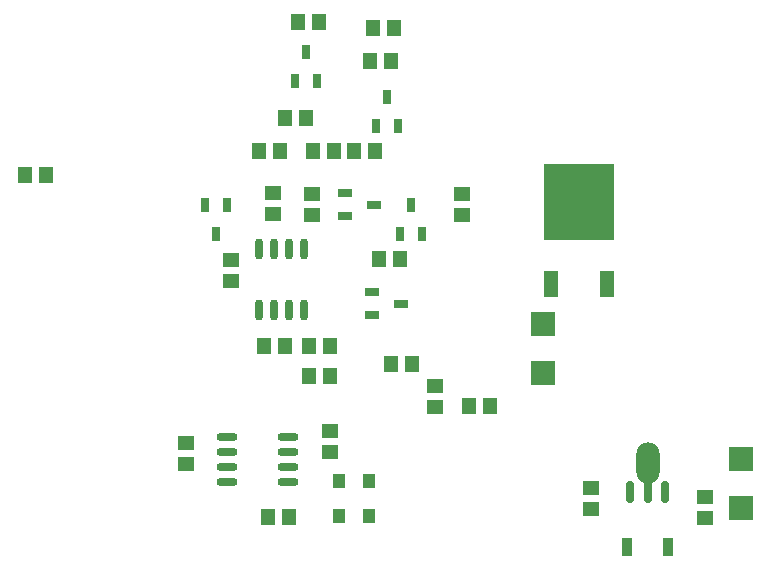
<source format=gbr>
%TF.GenerationSoftware,KiCad,Pcbnew,(6.0.0-rc1-dev-882-gdbc9130da)*%
%TF.CreationDate,2019-10-11T13:43:29+08:00*%
%TF.ProjectId,SoftDimmableLamp,536F667444696D6D61626C654C616D70,rev?*%
%TF.SameCoordinates,Original*%
%TF.FileFunction,Paste,Top*%
%TF.FilePolarity,Positive*%
%FSLAX46Y46*%
G04 Gerber Fmt 4.6, Leading zero omitted, Abs format (unit mm)*
G04 Created by KiCad (PCBNEW (6.0.0-rc1-dev-882-gdbc9130da)) date 2019/10/11 13:43:29*
%MOMM*%
%LPD*%
G01*
G04 APERTURE LIST*
%ADD10R,0.900000X1.500000*%
%ADD11R,2.000000X2.000000*%
%ADD12R,1.160000X1.470000*%
%ADD13R,0.700000X1.250000*%
%ADD14R,1.200000X2.200000*%
%ADD15R,6.000000X6.499990*%
%ADD16R,1.250000X0.700000*%
%ADD17O,1.800000X0.700000*%
%ADD18O,0.700000X1.800000*%
%ADD19O,0.700000X1.900000*%
%ADD20O,2.000000X3.500000*%
%ADD21O,0.700000X2.100000*%
%ADD22R,1.470000X1.160000*%
%ADD23R,1.000000X1.250000*%
G04 APERTURE END LIST*
D10*
X107668000Y-97536000D03*
X104168000Y-97536000D03*
D11*
X97028000Y-82872000D03*
X97028000Y-78672000D03*
D12*
X78106000Y-53086000D03*
X76326000Y-53086000D03*
X74804000Y-64008000D03*
X73024000Y-64008000D03*
X77596000Y-64008000D03*
X79376000Y-64008000D03*
X82676000Y-53594000D03*
X84456000Y-53594000D03*
X82422000Y-56388000D03*
X84202000Y-56388000D03*
X81026000Y-64008000D03*
X82806000Y-64008000D03*
D13*
X76962000Y-55646000D03*
X77912000Y-58146000D03*
X76012000Y-58146000D03*
X83820000Y-59456000D03*
X84770000Y-61956000D03*
X82870000Y-61956000D03*
D12*
X75182000Y-61214000D03*
X76962000Y-61214000D03*
D14*
X102437290Y-75321830D03*
D15*
X100076000Y-68326000D03*
D14*
X97714740Y-75326000D03*
D16*
X82784000Y-68580000D03*
X80284000Y-69530000D03*
X80284000Y-67630000D03*
D11*
X113792000Y-94302000D03*
X113792000Y-90102000D03*
D13*
X85852000Y-68600000D03*
X86802000Y-71100000D03*
X84902000Y-71100000D03*
D17*
X75498000Y-88265000D03*
X75498000Y-89535000D03*
X75498000Y-90805000D03*
X75498000Y-92075000D03*
X70298000Y-92075000D03*
X70298000Y-90805000D03*
X70298000Y-89535000D03*
X70298000Y-88265000D03*
D18*
X73025000Y-72330000D03*
X74295000Y-72330000D03*
X75565000Y-72330000D03*
X76835000Y-72330000D03*
X76835000Y-77530000D03*
X75565000Y-77530000D03*
X74295000Y-77530000D03*
X73025000Y-77530000D03*
D19*
X107418000Y-92924000D03*
D20*
X105918000Y-90424000D03*
D21*
X105918000Y-92824000D03*
D19*
X104418000Y-92924000D03*
D22*
X77470000Y-67690000D03*
X77470000Y-69470000D03*
X74168000Y-69342000D03*
X74168000Y-67562000D03*
D12*
X84200000Y-82042000D03*
X85980000Y-82042000D03*
D22*
X87884000Y-85726000D03*
X87884000Y-83946000D03*
X66802000Y-90552000D03*
X66802000Y-88772000D03*
X78994000Y-89536000D03*
X78994000Y-87756000D03*
X90170000Y-69470000D03*
X90170000Y-67690000D03*
D12*
X53212000Y-66040000D03*
X54992000Y-66040000D03*
X83184000Y-73152000D03*
X84964000Y-73152000D03*
X78996000Y-80518000D03*
X77216000Y-80518000D03*
X75184000Y-80518000D03*
X73404000Y-80518000D03*
D13*
X69342000Y-71100000D03*
X68392000Y-68600000D03*
X70292000Y-68600000D03*
D16*
X85070000Y-76962000D03*
X82570000Y-77912000D03*
X82570000Y-76012000D03*
D23*
X82296000Y-91997000D03*
X82296000Y-94947000D03*
X79756000Y-94947000D03*
X79756000Y-91997000D03*
D12*
X92584000Y-85598000D03*
X90804000Y-85598000D03*
X73786000Y-94996000D03*
X75566000Y-94996000D03*
X78994000Y-83058000D03*
X77214000Y-83058000D03*
D22*
X70612000Y-73278000D03*
X70612000Y-75058000D03*
X101092000Y-94362000D03*
X101092000Y-92582000D03*
X110744000Y-93344000D03*
X110744000Y-95124000D03*
M02*

</source>
